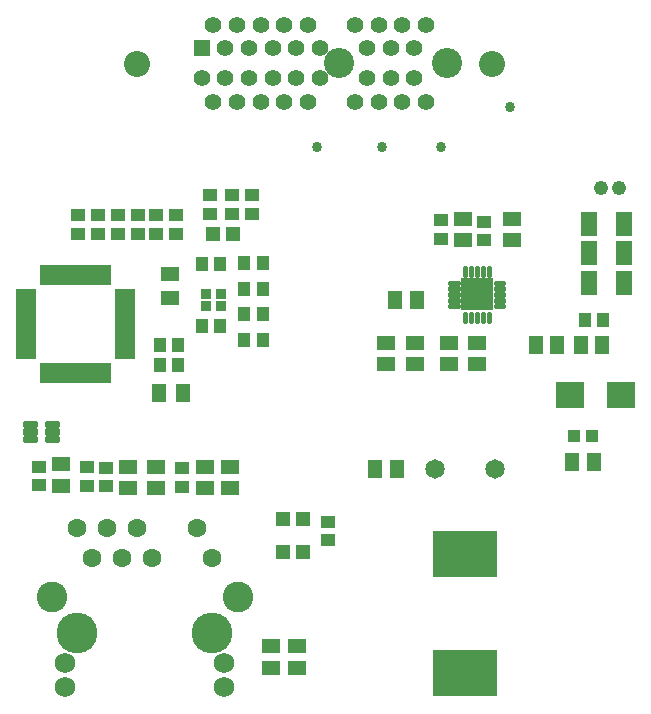
<source format=gbr>
G04 EAGLE Gerber RS-274X export*
G75*
%MOIN*%
%FSLAX34Y34*%
%LPD*%
%INSoldermask Top*%
%IPPOS*%
%AMOC8*
5,1,8,0,0,1.08239X$1,22.5*%
G01*
G04 Define Apertures*
%ADD10C,0.086740*%
%ADD11R,0.019024X0.069417*%
%ADD12R,0.069417X0.019024*%
%ADD13C,0.015647*%
%ADD14R,0.063913X0.048598*%
%ADD15R,0.055559X0.055559*%
%ADD16C,0.055559*%
%ADD17C,0.100520*%
%ADD18R,0.046197X0.044256*%
%ADD19R,0.044256X0.046197*%
%ADD20R,0.037528X0.035559*%
%ADD21R,0.051307X0.047370*%
%ADD22R,0.051307X0.063118*%
%ADD23R,0.063118X0.051307*%
%ADD24C,0.010577*%
%ADD25R,0.110362X0.110362*%
%ADD26C,0.048000*%
%ADD27C,0.102488*%
%ADD28C,0.063039*%
%ADD29C,0.068236*%
%ADD30C,0.135953*%
%ADD31R,0.048598X0.063913*%
%ADD32C,0.065087*%
%ADD33R,0.053850X0.079469*%
%ADD34R,0.097764X0.091465*%
%ADD35R,0.212724X0.155638*%
%ADD36R,0.039496X0.039496*%
%ADD37C,0.034000*%
D10*
X17244Y25197D03*
X5394Y25197D03*
D11*
X2264Y14890D03*
X2461Y14890D03*
X2657Y14890D03*
X2854Y14890D03*
X3051Y14890D03*
X3248Y14890D03*
X3445Y14890D03*
X3642Y14890D03*
X3839Y14890D03*
X4035Y14890D03*
X4232Y14890D03*
X4429Y14890D03*
D12*
X4992Y15453D03*
X4992Y15650D03*
X4992Y15846D03*
X4992Y16043D03*
X4992Y16240D03*
X4992Y16437D03*
X4992Y16634D03*
X4992Y16831D03*
X4992Y17028D03*
X4992Y17224D03*
X4992Y17421D03*
X4992Y17618D03*
D11*
X4429Y18181D03*
X4232Y18181D03*
X4035Y18181D03*
X3839Y18181D03*
X3642Y18181D03*
X3445Y18181D03*
X3248Y18181D03*
X3051Y18181D03*
X2854Y18181D03*
X2657Y18181D03*
X2461Y18181D03*
X2264Y18181D03*
D12*
X1701Y17618D03*
X1701Y17421D03*
X1701Y17224D03*
X1701Y17028D03*
X1701Y16831D03*
X1701Y16634D03*
X1701Y16437D03*
X1701Y16240D03*
X1701Y16043D03*
X1701Y15846D03*
X1701Y15650D03*
X1701Y15453D03*
D13*
X1667Y13170D02*
X2007Y13170D01*
X1667Y13170D02*
X1667Y13248D01*
X2007Y13248D01*
X2007Y13170D01*
X2007Y12914D02*
X1667Y12914D01*
X1667Y12992D01*
X2007Y12992D01*
X2007Y12914D01*
X2007Y12658D02*
X1667Y12658D01*
X1667Y12736D01*
X2007Y12736D01*
X2007Y12658D01*
X2403Y12658D02*
X2743Y12658D01*
X2403Y12658D02*
X2403Y12736D01*
X2743Y12736D01*
X2743Y12658D01*
X2743Y12914D02*
X2403Y12914D01*
X2403Y12992D01*
X2743Y12992D01*
X2743Y12914D01*
X2743Y13170D02*
X2403Y13170D01*
X2403Y13248D01*
X2743Y13248D01*
X2743Y13170D01*
D14*
X9882Y5071D03*
X9882Y5795D03*
X10748Y5071D03*
X10748Y5795D03*
D15*
X7559Y25722D03*
D16*
X7953Y26510D03*
X7559Y24738D03*
X7953Y23951D03*
X8346Y25722D03*
X8740Y26510D03*
X8346Y24738D03*
X8740Y23951D03*
X9134Y25722D03*
X9528Y26510D03*
X9134Y24738D03*
X9528Y23951D03*
X9921Y25722D03*
X10315Y26510D03*
X9921Y24738D03*
X10315Y23951D03*
X10709Y25722D03*
X11102Y26510D03*
X10709Y24738D03*
X11102Y23951D03*
X11496Y25722D03*
X11496Y24738D03*
X12677Y26510D03*
X12677Y23951D03*
X13071Y25722D03*
X13465Y26510D03*
X13071Y24738D03*
X13465Y23951D03*
X13858Y25722D03*
X14252Y26510D03*
X13858Y24738D03*
X14252Y23951D03*
X14646Y25722D03*
X15039Y26510D03*
X14646Y24738D03*
X15039Y23951D03*
D17*
X12146Y25230D03*
X15748Y25230D03*
D18*
X3740Y11143D03*
X3740Y11753D03*
X4370Y11134D03*
X4370Y11744D03*
X2126Y11161D03*
X2126Y11771D03*
D19*
X8986Y16001D03*
X9596Y16001D03*
D18*
X4764Y19548D03*
X4764Y20158D03*
X7835Y20218D03*
X7835Y20827D03*
X4099Y19548D03*
X4099Y20158D03*
D19*
X8986Y17717D03*
X9596Y17717D03*
D18*
X5423Y19548D03*
X5423Y20158D03*
X9229Y20218D03*
X9229Y20827D03*
X6695Y19548D03*
X6695Y20158D03*
X6051Y19548D03*
X6051Y20158D03*
X8557Y20218D03*
X8557Y20827D03*
X3443Y19548D03*
X3443Y20158D03*
D20*
X8219Y17126D03*
X7687Y17126D03*
X7687Y17520D03*
X8219Y17520D03*
D19*
X7569Y16457D03*
X8179Y16457D03*
X7569Y18543D03*
X8179Y18543D03*
X6162Y15827D03*
X6772Y15827D03*
X6162Y15160D03*
X6772Y15160D03*
D21*
X8602Y19528D03*
X7933Y19528D03*
D19*
X8986Y16866D03*
X9596Y16866D03*
X8986Y18561D03*
X9596Y18561D03*
D18*
X6890Y11112D03*
X6890Y11722D03*
D14*
X2874Y11858D03*
X2874Y11134D03*
X5119Y11779D03*
X5119Y11055D03*
X8504Y11778D03*
X8504Y11054D03*
X7677Y11778D03*
X7677Y11054D03*
X6042Y11055D03*
X6042Y11779D03*
D22*
X6929Y14252D03*
X6142Y14252D03*
D23*
X6513Y17405D03*
X6513Y18192D03*
D24*
X15818Y17951D02*
X15818Y17875D01*
X15818Y17951D02*
X16122Y17951D01*
X16122Y17875D01*
X15818Y17875D01*
X15818Y17755D02*
X15818Y17679D01*
X15818Y17755D02*
X16122Y17755D01*
X16122Y17679D01*
X15818Y17679D01*
X15818Y17558D02*
X15818Y17482D01*
X15818Y17558D02*
X16122Y17558D01*
X16122Y17482D01*
X15818Y17482D01*
X15818Y17361D02*
X15818Y17285D01*
X15818Y17361D02*
X16122Y17361D01*
X16122Y17285D01*
X15818Y17285D01*
X15818Y17164D02*
X15818Y17088D01*
X15818Y17164D02*
X16122Y17164D01*
X16122Y17088D01*
X15818Y17088D01*
X17342Y17088D02*
X17342Y17164D01*
X17646Y17164D01*
X17646Y17088D01*
X17342Y17088D01*
X17342Y17285D02*
X17342Y17361D01*
X17646Y17361D01*
X17646Y17285D01*
X17342Y17285D01*
X17342Y17482D02*
X17342Y17558D01*
X17646Y17558D01*
X17646Y17482D01*
X17342Y17482D01*
X17342Y17679D02*
X17342Y17755D01*
X17646Y17755D01*
X17646Y17679D01*
X17342Y17679D01*
X17342Y17875D02*
X17342Y17951D01*
X17646Y17951D01*
X17646Y17875D01*
X17342Y17875D01*
X17088Y18129D02*
X17088Y18433D01*
X17164Y18433D01*
X17164Y18129D01*
X17088Y18129D01*
X17088Y18230D02*
X17164Y18230D01*
X17164Y18331D02*
X17088Y18331D01*
X17088Y18432D02*
X17164Y18432D01*
X16891Y18433D02*
X16891Y18129D01*
X16891Y18433D02*
X16967Y18433D01*
X16967Y18129D01*
X16891Y18129D01*
X16891Y18230D02*
X16967Y18230D01*
X16967Y18331D02*
X16891Y18331D01*
X16891Y18432D02*
X16967Y18432D01*
X16694Y18433D02*
X16694Y18129D01*
X16694Y18433D02*
X16770Y18433D01*
X16770Y18129D01*
X16694Y18129D01*
X16694Y18230D02*
X16770Y18230D01*
X16770Y18331D02*
X16694Y18331D01*
X16694Y18432D02*
X16770Y18432D01*
X16497Y18433D02*
X16497Y18129D01*
X16497Y18433D02*
X16573Y18433D01*
X16573Y18129D01*
X16497Y18129D01*
X16497Y18230D02*
X16573Y18230D01*
X16573Y18331D02*
X16497Y18331D01*
X16497Y18432D02*
X16573Y18432D01*
X16301Y18433D02*
X16301Y18129D01*
X16301Y18433D02*
X16377Y18433D01*
X16377Y18129D01*
X16301Y18129D01*
X16301Y18230D02*
X16377Y18230D01*
X16377Y18331D02*
X16301Y18331D01*
X16301Y18432D02*
X16377Y18432D01*
X16301Y16910D02*
X16301Y16606D01*
X16301Y16910D02*
X16377Y16910D01*
X16377Y16606D01*
X16301Y16606D01*
X16301Y16707D02*
X16377Y16707D01*
X16377Y16808D02*
X16301Y16808D01*
X16301Y16909D02*
X16377Y16909D01*
X16497Y16910D02*
X16497Y16606D01*
X16497Y16910D02*
X16573Y16910D01*
X16573Y16606D01*
X16497Y16606D01*
X16497Y16707D02*
X16573Y16707D01*
X16573Y16808D02*
X16497Y16808D01*
X16497Y16909D02*
X16573Y16909D01*
X16694Y16910D02*
X16694Y16606D01*
X16694Y16910D02*
X16770Y16910D01*
X16770Y16606D01*
X16694Y16606D01*
X16694Y16707D02*
X16770Y16707D01*
X16770Y16808D02*
X16694Y16808D01*
X16694Y16909D02*
X16770Y16909D01*
X16891Y16910D02*
X16891Y16606D01*
X16891Y16910D02*
X16967Y16910D01*
X16967Y16606D01*
X16891Y16606D01*
X16891Y16707D02*
X16967Y16707D01*
X16967Y16808D02*
X16891Y16808D01*
X16891Y16909D02*
X16967Y16909D01*
X17088Y16910D02*
X17088Y16606D01*
X17088Y16910D02*
X17164Y16910D01*
X17164Y16606D01*
X17088Y16606D01*
X17088Y16707D02*
X17164Y16707D01*
X17164Y16808D02*
X17088Y16808D01*
X17088Y16909D02*
X17164Y16909D01*
D25*
X16732Y17520D03*
D26*
X20866Y21063D03*
X21457Y21063D03*
D27*
X2557Y7444D03*
X8758Y7444D03*
D28*
X3408Y9743D03*
X3908Y8743D03*
X4408Y9743D03*
X4908Y8743D03*
X5408Y9743D03*
X5908Y8743D03*
X7408Y9743D03*
X7908Y8743D03*
D29*
X8305Y5243D03*
X8305Y4444D03*
X3010Y5243D03*
X3010Y4444D03*
D30*
X3408Y6243D03*
X7908Y6243D03*
D18*
X16969Y19341D03*
X16969Y19951D03*
D14*
X16260Y20047D03*
X16260Y19323D03*
D31*
X14008Y17323D03*
X14732Y17323D03*
D14*
X13701Y15189D03*
X13701Y15913D03*
X14678Y15189D03*
X14678Y15913D03*
X15787Y15189D03*
X15787Y15913D03*
X16732Y15913D03*
X16732Y15189D03*
X17913Y19323D03*
X17913Y20047D03*
D31*
X20189Y15827D03*
X20913Y15827D03*
X18693Y15827D03*
X19417Y15827D03*
D18*
X15551Y19380D03*
X15551Y19990D03*
D32*
X15339Y11701D03*
X17339Y11701D03*
D33*
X21644Y17913D03*
X20482Y17913D03*
X21644Y18898D03*
X20482Y18898D03*
X21644Y19882D03*
X20482Y19882D03*
D19*
X20325Y16654D03*
X20935Y16654D03*
D18*
X11772Y9951D03*
X11772Y9341D03*
D34*
X19833Y14173D03*
X21538Y14173D03*
D35*
X16339Y8870D03*
X16339Y4893D03*
D31*
X13339Y11693D03*
X14063Y11693D03*
D21*
X10256Y8937D03*
X10925Y8937D03*
X10256Y10039D03*
X10925Y10039D03*
D36*
X20571Y12795D03*
X19980Y12795D03*
D31*
X20638Y11929D03*
X19914Y11929D03*
D37*
X11417Y22441D03*
X13583Y22441D03*
X15551Y22441D03*
X17835Y23780D03*
M02*

</source>
